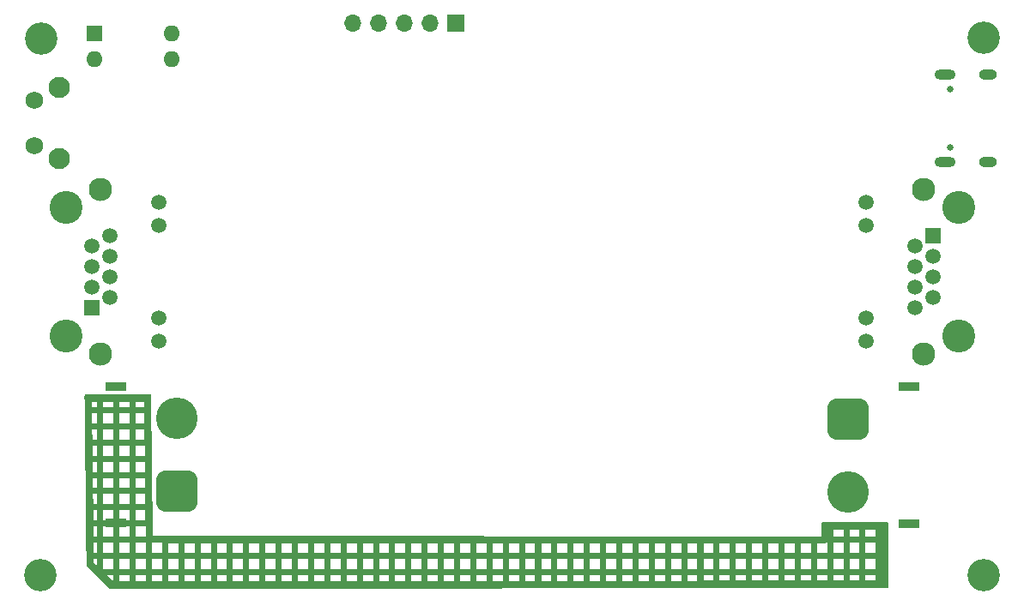
<source format=gbr>
%TF.GenerationSoftware,KiCad,Pcbnew,8.0.7-8.0.7-0~ubuntu22.04.1*%
%TF.CreationDate,2024-12-29T17:45:41+00:00*%
%TF.ProjectId,mini_module_template,6d696e69-5f6d-46f6-9475-6c655f74656d,rev?*%
%TF.SameCoordinates,Original*%
%TF.FileFunction,Soldermask,Bot*%
%TF.FilePolarity,Negative*%
%FSLAX46Y46*%
G04 Gerber Fmt 4.6, Leading zero omitted, Abs format (unit mm)*
G04 Created by KiCad (PCBNEW 8.0.7-8.0.7-0~ubuntu22.04.1) date 2024-12-29 17:45:41*
%MOMM*%
%LPD*%
G01*
G04 APERTURE LIST*
G04 Aperture macros list*
%AMRoundRect*
0 Rectangle with rounded corners*
0 $1 Rounding radius*
0 $2 $3 $4 $5 $6 $7 $8 $9 X,Y pos of 4 corners*
0 Add a 4 corners polygon primitive as box body*
4,1,4,$2,$3,$4,$5,$6,$7,$8,$9,$2,$3,0*
0 Add four circle primitives for the rounded corners*
1,1,$1+$1,$2,$3*
1,1,$1+$1,$4,$5*
1,1,$1+$1,$6,$7*
1,1,$1+$1,$8,$9*
0 Add four rect primitives between the rounded corners*
20,1,$1+$1,$2,$3,$4,$5,0*
20,1,$1+$1,$4,$5,$6,$7,0*
20,1,$1+$1,$6,$7,$8,$9,0*
20,1,$1+$1,$8,$9,$2,$3,0*%
G04 Aperture macros list end*
%ADD10C,3.200000*%
%ADD11R,2.000000X0.900000*%
%ADD12RoundRect,1.025000X-1.025000X1.025000X-1.025000X-1.025000X1.025000X-1.025000X1.025000X1.025000X0*%
%ADD13C,4.100000*%
%ADD14R,1.600000X1.600000*%
%ADD15O,1.600000X1.600000*%
%ADD16C,3.250000*%
%ADD17R,1.500000X1.500000*%
%ADD18C,1.500000*%
%ADD19C,2.300000*%
%ADD20C,2.100000*%
%ADD21C,1.750000*%
%ADD22C,0.650000*%
%ADD23O,2.100000X1.000000*%
%ADD24O,1.800000X1.000000*%
%ADD25RoundRect,1.025000X1.025000X-1.025000X1.025000X1.025000X-1.025000X1.025000X-1.025000X-1.025000X0*%
%ADD26R,1.700000X1.700000*%
%ADD27O,1.700000X1.700000*%
G04 APERTURE END LIST*
D10*
%TO.C,H3*%
X176500000Y-63500000D03*
%TD*%
D11*
%TO.C,J2*%
X169150000Y-97950000D03*
X169150000Y-111450000D03*
D12*
X163150000Y-101100000D03*
D13*
X163150000Y-108300000D03*
%TD*%
D10*
%TO.C,H2*%
X83470000Y-116520000D03*
%TD*%
D14*
%TO.C,SW5*%
X88770000Y-63010000D03*
D15*
X88770000Y-65550000D03*
X96390000Y-65550000D03*
X96390000Y-63010000D03*
%TD*%
D16*
%TO.C,J8*%
X85979999Y-92906000D03*
X85979999Y-80206000D03*
D17*
X88519999Y-90116000D03*
D18*
X90300000Y-89100000D03*
X88519999Y-88084000D03*
X90300000Y-87068000D03*
X88519999Y-86052000D03*
X90300000Y-85036000D03*
X88519999Y-84020000D03*
X90299999Y-83004001D03*
X95119999Y-93416000D03*
X95119999Y-91126000D03*
X95119999Y-81986000D03*
X95119999Y-79696000D03*
D19*
X89409999Y-94686000D03*
X89409999Y-78426000D03*
%TD*%
D10*
%TO.C,H4*%
X83520000Y-63520000D03*
%TD*%
D20*
%TO.C,SW2*%
X85300000Y-75400000D03*
X85300000Y-68390000D03*
D21*
X82810000Y-74150000D03*
X82810000Y-69650000D03*
%TD*%
D16*
%TO.C,J7*%
X174000000Y-80260000D03*
X174000000Y-92960000D03*
D17*
X171460000Y-83050000D03*
D18*
X169679999Y-84066000D03*
X171460000Y-85082000D03*
X169679999Y-86098000D03*
X171460000Y-87114000D03*
X169679999Y-88130000D03*
X171460000Y-89146000D03*
X169680000Y-90161999D03*
X164860000Y-79750000D03*
X164860000Y-82040000D03*
X164860000Y-91180000D03*
X164860000Y-93470000D03*
D19*
X170570000Y-78480000D03*
X170570000Y-94740000D03*
%TD*%
D22*
%TO.C,J4*%
X173230000Y-74290000D03*
X173230000Y-68510000D03*
D23*
X172710000Y-75720000D03*
D24*
X176910000Y-75720000D03*
D23*
X172710000Y-67080000D03*
D24*
X176910000Y-67080000D03*
%TD*%
D10*
%TO.C,H1*%
X176470000Y-116520000D03*
%TD*%
D11*
%TO.C,J6*%
X90900000Y-111400000D03*
X90900000Y-97900000D03*
D25*
X96900000Y-108250000D03*
D13*
X96900000Y-101050000D03*
%TD*%
D26*
%TO.C,J1*%
X124379999Y-62000000D03*
D27*
X121839999Y-62000000D03*
X119300000Y-62000000D03*
X116759999Y-62000000D03*
X114219999Y-62000000D03*
%TD*%
G36*
X94344365Y-98719685D02*
G01*
X94390120Y-98772489D01*
X94401319Y-98822667D01*
X94550000Y-112649999D01*
X160500000Y-112700000D01*
X160500000Y-111424000D01*
X160519685Y-111356961D01*
X160572489Y-111311206D01*
X160624000Y-111300000D01*
X166976000Y-111300000D01*
X167043039Y-111319685D01*
X167088794Y-111372489D01*
X167100000Y-111424000D01*
X167100000Y-117676161D01*
X167080315Y-117743200D01*
X167027511Y-117788955D01*
X166976161Y-117800161D01*
X90351423Y-117899933D01*
X90284358Y-117880336D01*
X90263621Y-117863655D01*
X88946749Y-116548000D01*
X89971114Y-116548000D01*
X90599304Y-117175609D01*
X90651461Y-117175541D01*
X90651461Y-117174763D01*
X91249461Y-117174763D01*
X92251461Y-117173458D01*
X92251461Y-117172679D01*
X92849461Y-117172679D01*
X93851461Y-117171375D01*
X93851461Y-117170596D01*
X94449461Y-117170596D01*
X95451461Y-117169291D01*
X95451461Y-117168513D01*
X96049461Y-117168513D01*
X97051461Y-117167208D01*
X97051461Y-117166429D01*
X97649461Y-117166429D01*
X98651461Y-117165125D01*
X98651461Y-117164346D01*
X99249461Y-117164346D01*
X100251461Y-117163041D01*
X100251461Y-117162263D01*
X100849461Y-117162263D01*
X101851461Y-117160958D01*
X101851461Y-117160179D01*
X102449461Y-117160179D01*
X103451461Y-117158875D01*
X103451461Y-117158096D01*
X104049461Y-117158096D01*
X105051461Y-117156791D01*
X105051461Y-117156013D01*
X105649461Y-117156013D01*
X106651461Y-117154708D01*
X106651461Y-117153929D01*
X107249461Y-117153929D01*
X108251461Y-117152625D01*
X108251461Y-117151846D01*
X108849461Y-117151846D01*
X109851461Y-117150541D01*
X109851461Y-117149763D01*
X110449461Y-117149763D01*
X111451461Y-117148458D01*
X111451461Y-117147679D01*
X112049461Y-117147679D01*
X113051461Y-117146375D01*
X113051461Y-117145596D01*
X113649461Y-117145596D01*
X114651461Y-117144291D01*
X114651461Y-117143513D01*
X115249461Y-117143513D01*
X116251461Y-117142208D01*
X116251461Y-117141429D01*
X116849461Y-117141429D01*
X117851461Y-117140125D01*
X117851461Y-117139346D01*
X118449461Y-117139346D01*
X119451461Y-117138041D01*
X119451461Y-117137263D01*
X120049461Y-117137263D01*
X121051461Y-117135958D01*
X121051461Y-117135179D01*
X121649461Y-117135179D01*
X122651461Y-117133875D01*
X122651461Y-117133096D01*
X123249461Y-117133096D01*
X124251461Y-117131791D01*
X124251461Y-117131013D01*
X124849461Y-117131013D01*
X125851461Y-117129708D01*
X125851461Y-117128929D01*
X126449461Y-117128929D01*
X127451461Y-117127625D01*
X127451461Y-117126846D01*
X128049461Y-117126846D01*
X129051461Y-117125541D01*
X129051461Y-117124763D01*
X129649461Y-117124763D01*
X130651461Y-117123458D01*
X130651461Y-117122679D01*
X131249461Y-117122679D01*
X132251461Y-117121375D01*
X132251461Y-117120596D01*
X132849461Y-117120596D01*
X133851461Y-117119291D01*
X133851461Y-117118513D01*
X134449461Y-117118513D01*
X135451461Y-117117208D01*
X135451461Y-117116429D01*
X136049461Y-117116429D01*
X137051461Y-117115125D01*
X137051461Y-117114346D01*
X137649461Y-117114346D01*
X138651461Y-117113041D01*
X138651461Y-117112263D01*
X139249461Y-117112263D01*
X140251461Y-117110958D01*
X140251461Y-117110179D01*
X140849461Y-117110179D01*
X141851461Y-117108875D01*
X141851461Y-117108096D01*
X142449461Y-117108096D01*
X143451461Y-117106791D01*
X143451461Y-117106012D01*
X144049461Y-117106012D01*
X145051461Y-117104708D01*
X145051461Y-117103929D01*
X145649461Y-117103929D01*
X146651461Y-117102625D01*
X146651461Y-117101846D01*
X147249461Y-117101846D01*
X148251461Y-117100541D01*
X148251461Y-117099762D01*
X148849461Y-117099762D01*
X149851461Y-117098458D01*
X149851461Y-117097679D01*
X150449461Y-117097679D01*
X151451461Y-117096375D01*
X151451461Y-117095596D01*
X152049461Y-117095596D01*
X153051461Y-117094291D01*
X153051461Y-117093512D01*
X153649461Y-117093512D01*
X154651461Y-117092208D01*
X154651461Y-117091429D01*
X155249461Y-117091429D01*
X156251461Y-117090125D01*
X156251461Y-117089346D01*
X156849461Y-117089346D01*
X157851461Y-117088041D01*
X157851461Y-117087262D01*
X158449461Y-117087262D01*
X159451461Y-117085958D01*
X159451461Y-117085179D01*
X160049461Y-117085179D01*
X161051461Y-117083875D01*
X161051461Y-117083096D01*
X161649461Y-117083096D01*
X162651461Y-117081791D01*
X162651461Y-117081012D01*
X163249461Y-117081012D01*
X164251461Y-117079708D01*
X164251461Y-117078929D01*
X164849461Y-117078929D01*
X165851461Y-117077624D01*
X165851461Y-116548000D01*
X164849461Y-116548000D01*
X164849461Y-117078929D01*
X164251461Y-117078929D01*
X164251461Y-116548000D01*
X163249461Y-116548000D01*
X163249461Y-117081012D01*
X162651461Y-117081012D01*
X162651461Y-116548000D01*
X161649461Y-116548000D01*
X161649461Y-117083096D01*
X161051461Y-117083096D01*
X161051461Y-116548000D01*
X160049461Y-116548000D01*
X160049461Y-117085179D01*
X159451461Y-117085179D01*
X159451461Y-116548000D01*
X158449461Y-116548000D01*
X158449461Y-117087262D01*
X157851461Y-117087262D01*
X157851461Y-116548000D01*
X156849461Y-116548000D01*
X156849461Y-117089346D01*
X156251461Y-117089346D01*
X156251461Y-116548000D01*
X155249461Y-116548000D01*
X155249461Y-117091429D01*
X154651461Y-117091429D01*
X154651461Y-116548000D01*
X153649461Y-116548000D01*
X153649461Y-117093512D01*
X153051461Y-117093512D01*
X153051461Y-116548000D01*
X152049461Y-116548000D01*
X152049461Y-117095596D01*
X151451461Y-117095596D01*
X151451461Y-116548000D01*
X150449461Y-116548000D01*
X150449461Y-117097679D01*
X149851461Y-117097679D01*
X149851461Y-116548000D01*
X148849461Y-116548000D01*
X148849461Y-117099762D01*
X148251461Y-117099762D01*
X148251461Y-116548000D01*
X147249461Y-116548000D01*
X147249461Y-117101846D01*
X146651461Y-117101846D01*
X146651461Y-116548000D01*
X145649461Y-116548000D01*
X145649461Y-117103929D01*
X145051461Y-117103929D01*
X145051461Y-116548000D01*
X144049461Y-116548000D01*
X144049461Y-117106012D01*
X143451461Y-117106012D01*
X143451461Y-116548000D01*
X142449461Y-116548000D01*
X142449461Y-117108096D01*
X141851461Y-117108096D01*
X141851461Y-116548000D01*
X140849461Y-116548000D01*
X140849461Y-117110179D01*
X140251461Y-117110179D01*
X140251461Y-116548000D01*
X139249461Y-116548000D01*
X139249461Y-117112263D01*
X138651461Y-117112263D01*
X138651461Y-116548000D01*
X137649461Y-116548000D01*
X137649461Y-117114346D01*
X137051461Y-117114346D01*
X137051461Y-116548000D01*
X136049461Y-116548000D01*
X136049461Y-117116429D01*
X135451461Y-117116429D01*
X135451461Y-116548000D01*
X134449461Y-116548000D01*
X134449461Y-117118513D01*
X133851461Y-117118513D01*
X133851461Y-116548000D01*
X132849461Y-116548000D01*
X132849461Y-117120596D01*
X132251461Y-117120596D01*
X132251461Y-116548000D01*
X131249461Y-116548000D01*
X131249461Y-117122679D01*
X130651461Y-117122679D01*
X130651461Y-116548000D01*
X129649461Y-116548000D01*
X129649461Y-117124763D01*
X129051461Y-117124763D01*
X129051461Y-116548000D01*
X128049461Y-116548000D01*
X128049461Y-117126846D01*
X127451461Y-117126846D01*
X127451461Y-116548000D01*
X126449461Y-116548000D01*
X126449461Y-117128929D01*
X125851461Y-117128929D01*
X125851461Y-116548000D01*
X124849461Y-116548000D01*
X124849461Y-117131013D01*
X124251461Y-117131013D01*
X124251461Y-116548000D01*
X123249461Y-116548000D01*
X123249461Y-117133096D01*
X122651461Y-117133096D01*
X122651461Y-116548000D01*
X121649461Y-116548000D01*
X121649461Y-117135179D01*
X121051461Y-117135179D01*
X121051461Y-116548000D01*
X120049461Y-116548000D01*
X120049461Y-117137263D01*
X119451461Y-117137263D01*
X119451461Y-116548000D01*
X118449461Y-116548000D01*
X118449461Y-117139346D01*
X117851461Y-117139346D01*
X117851461Y-116548000D01*
X116849461Y-116548000D01*
X116849461Y-117141429D01*
X116251461Y-117141429D01*
X116251461Y-116548000D01*
X115249461Y-116548000D01*
X115249461Y-117143513D01*
X114651461Y-117143513D01*
X114651461Y-116548000D01*
X113649461Y-116548000D01*
X113649461Y-117145596D01*
X113051461Y-117145596D01*
X113051461Y-116548000D01*
X112049461Y-116548000D01*
X112049461Y-117147679D01*
X111451461Y-117147679D01*
X111451461Y-116548000D01*
X110449461Y-116548000D01*
X110449461Y-117149763D01*
X109851461Y-117149763D01*
X109851461Y-116548000D01*
X108849461Y-116548000D01*
X108849461Y-117151846D01*
X108251461Y-117151846D01*
X108251461Y-116548000D01*
X107249461Y-116548000D01*
X107249461Y-117153929D01*
X106651461Y-117153929D01*
X106651461Y-116548000D01*
X105649461Y-116548000D01*
X105649461Y-117156013D01*
X105051461Y-117156013D01*
X105051461Y-116548000D01*
X104049461Y-116548000D01*
X104049461Y-117158096D01*
X103451461Y-117158096D01*
X103451461Y-116548000D01*
X102449461Y-116548000D01*
X102449461Y-117160179D01*
X101851461Y-117160179D01*
X101851461Y-116548000D01*
X100849461Y-116548000D01*
X100849461Y-117162263D01*
X100251461Y-117162263D01*
X100251461Y-116548000D01*
X99249461Y-116548000D01*
X99249461Y-117164346D01*
X98651461Y-117164346D01*
X98651461Y-116548000D01*
X97649461Y-116548000D01*
X97649461Y-117166429D01*
X97051461Y-117166429D01*
X97051461Y-116548000D01*
X96049461Y-116548000D01*
X96049461Y-117168513D01*
X95451461Y-117168513D01*
X95451461Y-116548000D01*
X94449461Y-116548000D01*
X94449461Y-117170596D01*
X93851461Y-117170596D01*
X93851461Y-116548000D01*
X92849461Y-116548000D01*
X92849461Y-117172679D01*
X92251461Y-117172679D01*
X92251461Y-116548000D01*
X91249461Y-116548000D01*
X91249461Y-117174763D01*
X90651461Y-117174763D01*
X90651461Y-116548000D01*
X89971114Y-116548000D01*
X88946749Y-116548000D01*
X88348196Y-115950000D01*
X89649461Y-115950000D01*
X90651461Y-115950000D01*
X91249461Y-115950000D01*
X92251461Y-115950000D01*
X92849461Y-115950000D01*
X93851461Y-115950000D01*
X94449461Y-115950000D01*
X95451461Y-115950000D01*
X96049461Y-115950000D01*
X97051461Y-115950000D01*
X97649461Y-115950000D01*
X98651461Y-115950000D01*
X99249461Y-115950000D01*
X100251461Y-115950000D01*
X100849461Y-115950000D01*
X101851461Y-115950000D01*
X102449461Y-115950000D01*
X103451461Y-115950000D01*
X104049461Y-115950000D01*
X105051461Y-115950000D01*
X105649461Y-115950000D01*
X106651461Y-115950000D01*
X107249461Y-115950000D01*
X108251461Y-115950000D01*
X108849461Y-115950000D01*
X109851461Y-115950000D01*
X110449461Y-115950000D01*
X111451461Y-115950000D01*
X112049461Y-115950000D01*
X113051461Y-115950000D01*
X113649461Y-115950000D01*
X114651461Y-115950000D01*
X115249461Y-115950000D01*
X116251461Y-115950000D01*
X116849461Y-115950000D01*
X117851461Y-115950000D01*
X118449461Y-115950000D01*
X119451461Y-115950000D01*
X120049461Y-115950000D01*
X121051461Y-115950000D01*
X121649461Y-115950000D01*
X122651461Y-115950000D01*
X123249461Y-115950000D01*
X124251461Y-115950000D01*
X124849461Y-115950000D01*
X125851461Y-115950000D01*
X126449461Y-115950000D01*
X127451461Y-115950000D01*
X128049461Y-115950000D01*
X129051461Y-115950000D01*
X129649461Y-115950000D01*
X130651461Y-115950000D01*
X131249461Y-115950000D01*
X132251461Y-115950000D01*
X132849461Y-115950000D01*
X133851461Y-115950000D01*
X134449461Y-115950000D01*
X135451461Y-115950000D01*
X136049461Y-115950000D01*
X137051461Y-115950000D01*
X137649461Y-115950000D01*
X138651461Y-115950000D01*
X139249461Y-115950000D01*
X140251461Y-115950000D01*
X140849461Y-115950000D01*
X141851461Y-115950000D01*
X142449461Y-115950000D01*
X143451461Y-115950000D01*
X144049461Y-115950000D01*
X145051461Y-115950000D01*
X145649461Y-115950000D01*
X146651461Y-115950000D01*
X147249461Y-115950000D01*
X148251461Y-115950000D01*
X148849461Y-115950000D01*
X149851461Y-115950000D01*
X150449461Y-115950000D01*
X151451461Y-115950000D01*
X152049461Y-115950000D01*
X153051461Y-115950000D01*
X153649461Y-115950000D01*
X154651461Y-115950000D01*
X155249461Y-115950000D01*
X156251461Y-115950000D01*
X156849461Y-115950000D01*
X157851461Y-115950000D01*
X158449461Y-115950000D01*
X159451461Y-115950000D01*
X160049461Y-115950000D01*
X161051461Y-115950000D01*
X161649461Y-115950000D01*
X162651461Y-115950000D01*
X163249461Y-115950000D01*
X164251461Y-115950000D01*
X164849461Y-115950000D01*
X165851461Y-115950000D01*
X165851461Y-114948000D01*
X164849461Y-114948000D01*
X164849461Y-115950000D01*
X164251461Y-115950000D01*
X164251461Y-114948000D01*
X163249461Y-114948000D01*
X163249461Y-115950000D01*
X162651461Y-115950000D01*
X162651461Y-114948000D01*
X161649461Y-114948000D01*
X161649461Y-115950000D01*
X161051461Y-115950000D01*
X161051461Y-114948000D01*
X160049461Y-114948000D01*
X160049461Y-115950000D01*
X159451461Y-115950000D01*
X159451461Y-114948000D01*
X158449461Y-114948000D01*
X158449461Y-115950000D01*
X157851461Y-115950000D01*
X157851461Y-114948000D01*
X156849461Y-114948000D01*
X156849461Y-115950000D01*
X156251461Y-115950000D01*
X156251461Y-114948000D01*
X155249461Y-114948000D01*
X155249461Y-115950000D01*
X154651461Y-115950000D01*
X154651461Y-114948000D01*
X153649461Y-114948000D01*
X153649461Y-115950000D01*
X153051461Y-115950000D01*
X153051461Y-114948000D01*
X152049461Y-114948000D01*
X152049461Y-115950000D01*
X151451461Y-115950000D01*
X151451461Y-114948000D01*
X150449461Y-114948000D01*
X150449461Y-115950000D01*
X149851461Y-115950000D01*
X149851461Y-114948000D01*
X148849461Y-114948000D01*
X148849461Y-115950000D01*
X148251461Y-115950000D01*
X148251461Y-114948000D01*
X147249461Y-114948000D01*
X147249461Y-115950000D01*
X146651461Y-115950000D01*
X146651461Y-114948000D01*
X145649461Y-114948000D01*
X145649461Y-115950000D01*
X145051461Y-115950000D01*
X145051461Y-114948000D01*
X144049461Y-114948000D01*
X144049461Y-115950000D01*
X143451461Y-115950000D01*
X143451461Y-114948000D01*
X142449461Y-114948000D01*
X142449461Y-115950000D01*
X141851461Y-115950000D01*
X141851461Y-114948000D01*
X140849461Y-114948000D01*
X140849461Y-115950000D01*
X140251461Y-115950000D01*
X140251461Y-114948000D01*
X139249461Y-114948000D01*
X139249461Y-115950000D01*
X138651461Y-115950000D01*
X138651461Y-114948000D01*
X137649461Y-114948000D01*
X137649461Y-115950000D01*
X137051461Y-115950000D01*
X137051461Y-114948000D01*
X136049461Y-114948000D01*
X136049461Y-115950000D01*
X135451461Y-115950000D01*
X135451461Y-114948000D01*
X134449461Y-114948000D01*
X134449461Y-115950000D01*
X133851461Y-115950000D01*
X133851461Y-114948000D01*
X132849461Y-114948000D01*
X132849461Y-115950000D01*
X132251461Y-115950000D01*
X132251461Y-114948000D01*
X131249461Y-114948000D01*
X131249461Y-115950000D01*
X130651461Y-115950000D01*
X130651461Y-114948000D01*
X129649461Y-114948000D01*
X129649461Y-115950000D01*
X129051461Y-115950000D01*
X129051461Y-114948000D01*
X128049461Y-114948000D01*
X128049461Y-115950000D01*
X127451461Y-115950000D01*
X127451461Y-114948000D01*
X126449461Y-114948000D01*
X126449461Y-115950000D01*
X125851461Y-115950000D01*
X125851461Y-114948000D01*
X124849461Y-114948000D01*
X124849461Y-115950000D01*
X124251461Y-115950000D01*
X124251461Y-114948000D01*
X123249461Y-114948000D01*
X123249461Y-115950000D01*
X122651461Y-115950000D01*
X122651461Y-114948000D01*
X121649461Y-114948000D01*
X121649461Y-115950000D01*
X121051461Y-115950000D01*
X121051461Y-114948000D01*
X120049461Y-114948000D01*
X120049461Y-115950000D01*
X119451461Y-115950000D01*
X119451461Y-114948000D01*
X118449461Y-114948000D01*
X118449461Y-115950000D01*
X117851461Y-115950000D01*
X117851461Y-114948000D01*
X116849461Y-114948000D01*
X116849461Y-115950000D01*
X116251461Y-115950000D01*
X116251461Y-114948000D01*
X115249461Y-114948000D01*
X115249461Y-115950000D01*
X114651461Y-115950000D01*
X114651461Y-114948000D01*
X113649461Y-114948000D01*
X113649461Y-115950000D01*
X113051461Y-115950000D01*
X113051461Y-114948000D01*
X112049461Y-114948000D01*
X112049461Y-115950000D01*
X111451461Y-115950000D01*
X111451461Y-114948000D01*
X110449461Y-114948000D01*
X110449461Y-115950000D01*
X109851461Y-115950000D01*
X109851461Y-114948000D01*
X108849461Y-114948000D01*
X108849461Y-115950000D01*
X108251461Y-115950000D01*
X108251461Y-114948000D01*
X107249461Y-114948000D01*
X107249461Y-115950000D01*
X106651461Y-115950000D01*
X106651461Y-114948000D01*
X105649461Y-114948000D01*
X105649461Y-115950000D01*
X105051461Y-115950000D01*
X105051461Y-114948000D01*
X104049461Y-114948000D01*
X104049461Y-115950000D01*
X103451461Y-115950000D01*
X103451461Y-114948000D01*
X102449461Y-114948000D01*
X102449461Y-115950000D01*
X101851461Y-115950000D01*
X101851461Y-114948000D01*
X100849461Y-114948000D01*
X100849461Y-115950000D01*
X100251461Y-115950000D01*
X100251461Y-114948000D01*
X99249461Y-114948000D01*
X99249461Y-115950000D01*
X98651461Y-115950000D01*
X98651461Y-114948000D01*
X97649461Y-114948000D01*
X97649461Y-115950000D01*
X97051461Y-115950000D01*
X97051461Y-114948000D01*
X96049461Y-114948000D01*
X96049461Y-115950000D01*
X95451461Y-115950000D01*
X95451461Y-114948000D01*
X94449461Y-114948000D01*
X94449461Y-115950000D01*
X93851461Y-115950000D01*
X93851461Y-114948000D01*
X92849461Y-114948000D01*
X92849461Y-115950000D01*
X92251461Y-115950000D01*
X92251461Y-114948000D01*
X91249461Y-114948000D01*
X91249461Y-115950000D01*
X90651461Y-115950000D01*
X90651461Y-114948000D01*
X89649461Y-114948000D01*
X89649461Y-115950000D01*
X88348196Y-115950000D01*
X88033631Y-115635726D01*
X88000118Y-115574418D01*
X87997280Y-115549456D01*
X87990238Y-114948000D01*
X88714288Y-114948000D01*
X88718367Y-115296411D01*
X89051461Y-115629196D01*
X89051461Y-114948000D01*
X88714288Y-114948000D01*
X87990238Y-114948000D01*
X87971504Y-113348000D01*
X88695555Y-113348000D01*
X88707286Y-114350000D01*
X89051461Y-114350000D01*
X89649461Y-114350000D01*
X90651461Y-114350000D01*
X91249461Y-114350000D01*
X92251461Y-114350000D01*
X92849461Y-114350000D01*
X93851461Y-114350000D01*
X94449461Y-114350000D01*
X95451461Y-114350000D01*
X96049461Y-114350000D01*
X97051461Y-114350000D01*
X97649461Y-114350000D01*
X98651461Y-114350000D01*
X99249461Y-114350000D01*
X100251461Y-114350000D01*
X100849461Y-114350000D01*
X101851461Y-114350000D01*
X102449461Y-114350000D01*
X103451461Y-114350000D01*
X104049461Y-114350000D01*
X105051461Y-114350000D01*
X105649461Y-114350000D01*
X106651461Y-114350000D01*
X107249461Y-114350000D01*
X108251461Y-114350000D01*
X108849461Y-114350000D01*
X109851461Y-114350000D01*
X110449461Y-114350000D01*
X111451461Y-114350000D01*
X112049461Y-114350000D01*
X113051461Y-114350000D01*
X113649461Y-114350000D01*
X114651461Y-114350000D01*
X115249461Y-114350000D01*
X116251461Y-114350000D01*
X116849461Y-114350000D01*
X117851461Y-114350000D01*
X118449461Y-114350000D01*
X119451461Y-114350000D01*
X120049461Y-114350000D01*
X121051461Y-114350000D01*
X121649461Y-114350000D01*
X122651461Y-114350000D01*
X123249461Y-114350000D01*
X124251461Y-114350000D01*
X124849461Y-114350000D01*
X125851461Y-114350000D01*
X126449461Y-114350000D01*
X127451461Y-114350000D01*
X128049461Y-114350000D01*
X129051461Y-114350000D01*
X129649461Y-114350000D01*
X130651461Y-114350000D01*
X131249461Y-114350000D01*
X132251461Y-114350000D01*
X132849461Y-114350000D01*
X133851461Y-114350000D01*
X134449461Y-114350000D01*
X135451461Y-114350000D01*
X136049461Y-114350000D01*
X137051461Y-114350000D01*
X137649461Y-114350000D01*
X138651461Y-114350000D01*
X139249461Y-114350000D01*
X140251461Y-114350000D01*
X140849461Y-114350000D01*
X141851461Y-114350000D01*
X142449461Y-114350000D01*
X143451461Y-114350000D01*
X144049461Y-114350000D01*
X145051461Y-114350000D01*
X145649461Y-114350000D01*
X146651461Y-114350000D01*
X147249461Y-114350000D01*
X148251461Y-114350000D01*
X148849461Y-114350000D01*
X149851461Y-114350000D01*
X150449461Y-114350000D01*
X151451461Y-114350000D01*
X152049461Y-114350000D01*
X153051461Y-114350000D01*
X153649461Y-114350000D01*
X154651461Y-114350000D01*
X155249461Y-114350000D01*
X156251461Y-114350000D01*
X156849461Y-114350000D01*
X157851461Y-114350000D01*
X158449461Y-114350000D01*
X159451461Y-114350000D01*
X159451461Y-113423658D01*
X160049461Y-113423658D01*
X160049461Y-114350000D01*
X161051461Y-114350000D01*
X161649461Y-114350000D01*
X162651461Y-114350000D01*
X163249461Y-114350000D01*
X164251461Y-114350000D01*
X164849461Y-114350000D01*
X165851461Y-114350000D01*
X165851461Y-113348000D01*
X164849461Y-113348000D01*
X164849461Y-114350000D01*
X164251461Y-114350000D01*
X164251461Y-113348000D01*
X163249461Y-113348000D01*
X163249461Y-114350000D01*
X162651461Y-114350000D01*
X162651461Y-113348000D01*
X161649461Y-113348000D01*
X161649461Y-114350000D01*
X161051461Y-114350000D01*
X161051461Y-113348000D01*
X160875787Y-113348000D01*
X160835854Y-113387903D01*
X160774518Y-113421364D01*
X160748112Y-113424188D01*
X160049461Y-113423658D01*
X159451461Y-113423658D01*
X159451461Y-113423204D01*
X158449461Y-113422445D01*
X158449461Y-114350000D01*
X157851461Y-114350000D01*
X157851461Y-113421991D01*
X156849461Y-113421232D01*
X156849461Y-114350000D01*
X156251461Y-114350000D01*
X156251461Y-113420778D01*
X155249461Y-113420019D01*
X155249461Y-114350000D01*
X154651461Y-114350000D01*
X154651461Y-113419565D01*
X153649461Y-113418806D01*
X153649461Y-114350000D01*
X153051461Y-114350000D01*
X153051461Y-113418352D01*
X152049461Y-113417593D01*
X152049461Y-114350000D01*
X151451461Y-114350000D01*
X151451461Y-113417139D01*
X150449461Y-113416380D01*
X150449461Y-114350000D01*
X149851461Y-114350000D01*
X149851461Y-113415926D01*
X148849461Y-113415167D01*
X148849461Y-114350000D01*
X148251461Y-114350000D01*
X148251461Y-113414713D01*
X147249461Y-113413953D01*
X147249461Y-114350000D01*
X146651461Y-114350000D01*
X146651461Y-113413500D01*
X145649461Y-113412740D01*
X145649461Y-114350000D01*
X145051461Y-114350000D01*
X145051461Y-113412287D01*
X144049461Y-113411527D01*
X144049461Y-114350000D01*
X143451461Y-114350000D01*
X143451461Y-113411074D01*
X142449461Y-113410314D01*
X142449461Y-114350000D01*
X141851461Y-114350000D01*
X141851461Y-113409861D01*
X140849461Y-113409101D01*
X140849461Y-114350000D01*
X140251461Y-114350000D01*
X140251461Y-113408648D01*
X139249461Y-113407888D01*
X139249461Y-114350000D01*
X138651461Y-114350000D01*
X138651461Y-113407435D01*
X137649461Y-113406675D01*
X137649461Y-114350000D01*
X137051461Y-114350000D01*
X137051461Y-113406222D01*
X136049461Y-113405462D01*
X136049461Y-114350000D01*
X135451461Y-114350000D01*
X135451461Y-113405009D01*
X134449461Y-113404249D01*
X134449461Y-114350000D01*
X133851461Y-114350000D01*
X133851461Y-113403796D01*
X132849461Y-113403036D01*
X132849461Y-114350000D01*
X132251461Y-114350000D01*
X132251461Y-113402583D01*
X131249461Y-113401823D01*
X131249461Y-114350000D01*
X130651461Y-114350000D01*
X130651461Y-113401370D01*
X129649461Y-113400610D01*
X129649461Y-114350000D01*
X129051461Y-114350000D01*
X129051461Y-113400157D01*
X128049461Y-113399397D01*
X128049461Y-114350000D01*
X127451461Y-114350000D01*
X127451461Y-113398944D01*
X126449461Y-113398184D01*
X126449461Y-114350000D01*
X125851461Y-114350000D01*
X125851461Y-113397731D01*
X124849461Y-113396971D01*
X124849461Y-114350000D01*
X124251461Y-114350000D01*
X124251461Y-113396518D01*
X123249461Y-113395758D01*
X123249461Y-114350000D01*
X122651461Y-114350000D01*
X122651461Y-113395305D01*
X121649461Y-113394545D01*
X121649461Y-114350000D01*
X121051461Y-114350000D01*
X121051461Y-113394092D01*
X120049461Y-113393332D01*
X120049461Y-114350000D01*
X119451461Y-114350000D01*
X119451461Y-113392879D01*
X118449461Y-113392119D01*
X118449461Y-114350000D01*
X117851461Y-114350000D01*
X117851461Y-113391666D01*
X116849461Y-113390906D01*
X116849461Y-114350000D01*
X116251461Y-114350000D01*
X116251461Y-113390453D01*
X115249461Y-113389693D01*
X115249461Y-114350000D01*
X114651461Y-114350000D01*
X114651461Y-113389240D01*
X113649461Y-113388480D01*
X113649461Y-114350000D01*
X113051461Y-114350000D01*
X113051461Y-113388027D01*
X112049461Y-113387267D01*
X112049461Y-114350000D01*
X111451461Y-114350000D01*
X111451461Y-113386813D01*
X110449461Y-113386054D01*
X110449461Y-114350000D01*
X109851461Y-114350000D01*
X109851461Y-113385600D01*
X108849461Y-113384841D01*
X108849461Y-114350000D01*
X108251461Y-114350000D01*
X108251461Y-113384387D01*
X107249461Y-113383628D01*
X107249461Y-114350000D01*
X106651461Y-114350000D01*
X106651461Y-113383174D01*
X105649461Y-113382415D01*
X105649461Y-114350000D01*
X105051461Y-114350000D01*
X105051461Y-113381961D01*
X104049461Y-113381202D01*
X104049461Y-114350000D01*
X103451461Y-114350000D01*
X103451461Y-113380748D01*
X102449461Y-113379989D01*
X102449461Y-114350000D01*
X101851461Y-114350000D01*
X101851461Y-113379535D01*
X100849461Y-113378776D01*
X100849461Y-114350000D01*
X100251461Y-114350000D01*
X100251461Y-113378322D01*
X99249461Y-113377563D01*
X99249461Y-114350000D01*
X98651461Y-114350000D01*
X98651461Y-113377109D01*
X97649461Y-113376350D01*
X97649461Y-114350000D01*
X97051461Y-114350000D01*
X97051461Y-113375896D01*
X96049461Y-113375137D01*
X96049461Y-114350000D01*
X95451461Y-114350000D01*
X95451461Y-113374683D01*
X94449461Y-113373924D01*
X94449461Y-114350000D01*
X93851461Y-114350000D01*
X93851461Y-113348000D01*
X92849461Y-113348000D01*
X92849461Y-114350000D01*
X92251461Y-114350000D01*
X92251461Y-113348000D01*
X91249461Y-113348000D01*
X91249461Y-114350000D01*
X90651461Y-114350000D01*
X90651461Y-113348000D01*
X89649461Y-113348000D01*
X89649461Y-114350000D01*
X89051461Y-114350000D01*
X89051461Y-113348000D01*
X88695555Y-113348000D01*
X87971504Y-113348000D01*
X87952771Y-111748000D01*
X88676821Y-111748000D01*
X88688553Y-112750000D01*
X89051461Y-112750000D01*
X89649461Y-112750000D01*
X90651461Y-112750000D01*
X91249461Y-112750000D01*
X92251461Y-112750000D01*
X92849461Y-112750000D01*
X93827033Y-112750000D01*
X161649461Y-112750000D01*
X162651461Y-112750000D01*
X163249461Y-112750000D01*
X164251461Y-112750000D01*
X164849461Y-112750000D01*
X165851461Y-112750000D01*
X165851461Y-112024000D01*
X164849461Y-112024000D01*
X164849461Y-112750000D01*
X164251461Y-112750000D01*
X164251461Y-112024000D01*
X163249461Y-112024000D01*
X163249461Y-112750000D01*
X162651461Y-112750000D01*
X162651461Y-112024000D01*
X161649461Y-112024000D01*
X161649461Y-112750000D01*
X93827033Y-112750000D01*
X93816259Y-111748000D01*
X92849461Y-111748000D01*
X92849461Y-112750000D01*
X92251461Y-112750000D01*
X92251461Y-111748000D01*
X91249461Y-111748000D01*
X91249461Y-112750000D01*
X90651461Y-112750000D01*
X90651461Y-111748000D01*
X89649461Y-111748000D01*
X89649461Y-112750000D01*
X89051461Y-112750000D01*
X89051461Y-111748000D01*
X88676821Y-111748000D01*
X87952771Y-111748000D01*
X87934037Y-110148000D01*
X88658088Y-110148000D01*
X88669819Y-111150000D01*
X89051461Y-111150000D01*
X89649461Y-111150000D01*
X90651461Y-111150000D01*
X91249461Y-111150000D01*
X92251461Y-111150000D01*
X92849461Y-111150000D01*
X93809828Y-111150000D01*
X93799055Y-110148000D01*
X92849461Y-110148000D01*
X92849461Y-111150000D01*
X92251461Y-111150000D01*
X92251461Y-110148000D01*
X91249461Y-110148000D01*
X91249461Y-111150000D01*
X90651461Y-111150000D01*
X90651461Y-110148000D01*
X89649461Y-110148000D01*
X89649461Y-111150000D01*
X89051461Y-111150000D01*
X89051461Y-110148000D01*
X88658088Y-110148000D01*
X87934037Y-110148000D01*
X87915304Y-108548000D01*
X88639354Y-108548000D01*
X88651086Y-109550000D01*
X89051461Y-109550000D01*
X89649461Y-109550000D01*
X90651461Y-109550000D01*
X91249461Y-109550000D01*
X92251461Y-109550000D01*
X92849461Y-109550000D01*
X93792624Y-109550000D01*
X93781850Y-108548000D01*
X92849461Y-108548000D01*
X92849461Y-109550000D01*
X92251461Y-109550000D01*
X92251461Y-108548000D01*
X91249461Y-108548000D01*
X91249461Y-109550000D01*
X90651461Y-109550000D01*
X90651461Y-108548000D01*
X89649461Y-108548000D01*
X89649461Y-109550000D01*
X89051461Y-109550000D01*
X89051461Y-108548000D01*
X88639354Y-108548000D01*
X87915304Y-108548000D01*
X87896570Y-106948000D01*
X88620621Y-106948000D01*
X88632352Y-107950000D01*
X89051461Y-107950000D01*
X89649461Y-107950000D01*
X90651461Y-107950000D01*
X91249461Y-107950000D01*
X92251461Y-107950000D01*
X92849461Y-107950000D01*
X93775420Y-107950000D01*
X93764646Y-106948000D01*
X92849461Y-106948000D01*
X92849461Y-107950000D01*
X92251461Y-107950000D01*
X92251461Y-106948000D01*
X91249461Y-106948000D01*
X91249461Y-107950000D01*
X90651461Y-107950000D01*
X90651461Y-106948000D01*
X89649461Y-106948000D01*
X89649461Y-107950000D01*
X89051461Y-107950000D01*
X89051461Y-106948000D01*
X88620621Y-106948000D01*
X87896570Y-106948000D01*
X87877837Y-105348000D01*
X88601887Y-105348000D01*
X88613619Y-106350000D01*
X89051461Y-106350000D01*
X89649461Y-106350000D01*
X90651461Y-106350000D01*
X91249461Y-106350000D01*
X92251461Y-106350000D01*
X92849461Y-106350000D01*
X93758216Y-106350000D01*
X93747442Y-105348000D01*
X92849461Y-105348000D01*
X92849461Y-106350000D01*
X92251461Y-106350000D01*
X92251461Y-105348000D01*
X91249461Y-105348000D01*
X91249461Y-106350000D01*
X90651461Y-106350000D01*
X90651461Y-105348000D01*
X89649461Y-105348000D01*
X89649461Y-106350000D01*
X89051461Y-106350000D01*
X89051461Y-105348000D01*
X88601887Y-105348000D01*
X87877837Y-105348000D01*
X87859103Y-103748000D01*
X88583154Y-103748000D01*
X88594886Y-104750000D01*
X89051461Y-104750000D01*
X89649461Y-104750000D01*
X90651461Y-104750000D01*
X91249461Y-104750000D01*
X92251461Y-104750000D01*
X92849461Y-104750000D01*
X93741011Y-104750000D01*
X93730238Y-103748000D01*
X92849461Y-103748000D01*
X92849461Y-104750000D01*
X92251461Y-104750000D01*
X92251461Y-103748000D01*
X91249461Y-103748000D01*
X91249461Y-104750000D01*
X90651461Y-104750000D01*
X90651461Y-103748000D01*
X89649461Y-103748000D01*
X89649461Y-104750000D01*
X89051461Y-104750000D01*
X89051461Y-103748000D01*
X88583154Y-103748000D01*
X87859103Y-103748000D01*
X87840370Y-102148000D01*
X88564421Y-102148000D01*
X88576152Y-103150000D01*
X89051461Y-103150000D01*
X89649461Y-103150000D01*
X90651461Y-103150000D01*
X91249461Y-103150000D01*
X92251461Y-103150000D01*
X92849461Y-103150000D01*
X93723807Y-103150000D01*
X93713033Y-102148000D01*
X92849461Y-102148000D01*
X92849461Y-103150000D01*
X92251461Y-103150000D01*
X92251461Y-102148000D01*
X91249461Y-102148000D01*
X91249461Y-103150000D01*
X90651461Y-103150000D01*
X90651461Y-102148000D01*
X89649461Y-102148000D01*
X89649461Y-103150000D01*
X89051461Y-103150000D01*
X89051461Y-102148000D01*
X88564421Y-102148000D01*
X87840370Y-102148000D01*
X87821637Y-100548000D01*
X88545687Y-100548000D01*
X88557419Y-101550000D01*
X89051461Y-101550000D01*
X89649461Y-101550000D01*
X90651461Y-101550000D01*
X91249461Y-101550000D01*
X92251461Y-101550000D01*
X92849461Y-101550000D01*
X93706603Y-101550000D01*
X93695829Y-100548000D01*
X92849461Y-100548000D01*
X92849461Y-101550000D01*
X92251461Y-101550000D01*
X92251461Y-100548000D01*
X91249461Y-100548000D01*
X91249461Y-101550000D01*
X90651461Y-101550000D01*
X90651461Y-100548000D01*
X89649461Y-100548000D01*
X89649461Y-101550000D01*
X89051461Y-101550000D01*
X89051461Y-100548000D01*
X88545687Y-100548000D01*
X87821637Y-100548000D01*
X87808477Y-99424000D01*
X88532527Y-99424000D01*
X88538685Y-99950000D01*
X89051461Y-99950000D01*
X89649461Y-99950000D01*
X90651461Y-99950000D01*
X91249461Y-99950000D01*
X92251461Y-99950000D01*
X92849461Y-99950000D01*
X93689399Y-99950000D01*
X93683743Y-99424000D01*
X92849461Y-99424000D01*
X92849461Y-99950000D01*
X92251461Y-99950000D01*
X92251461Y-99424000D01*
X91249461Y-99424000D01*
X91249461Y-99950000D01*
X90651461Y-99950000D01*
X90651461Y-99424000D01*
X89649461Y-99424000D01*
X89649461Y-99950000D01*
X89051461Y-99950000D01*
X89051461Y-99424000D01*
X88532527Y-99424000D01*
X87808477Y-99424000D01*
X87801469Y-98825452D01*
X87820368Y-98758186D01*
X87872633Y-98711816D01*
X87925461Y-98700000D01*
X94277326Y-98700000D01*
X94344365Y-98719685D01*
G37*
M02*

</source>
